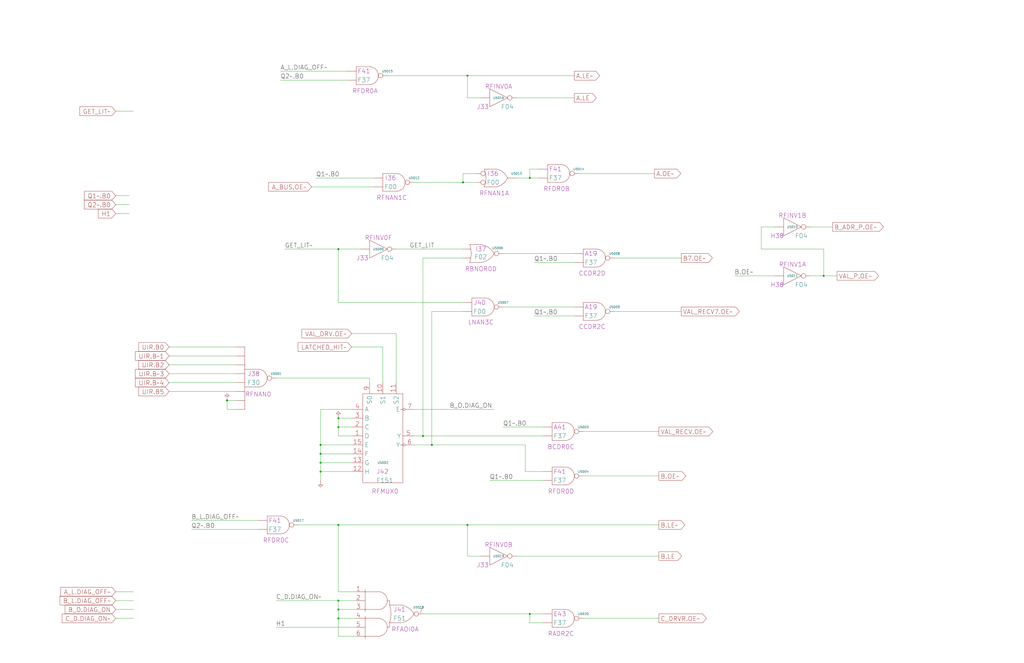
<source format=kicad_sch>
(kicad_sch (version 20230121) (generator eeschema)
  (paper "User" 584.2 378.46)
  (title_block (title "REGISTER FILE CONTROL") (date "22-MAR-90") (rev "1.0") (comment 1 "VALUE") (comment 2 "232-003063") (comment 3 "S400") (comment 4 "RELEASED"))
  (lib_symbols
    (symbol "r1000:F00" (pin_numbers hide) (pin_names hide)
      (property "Reference" "U" (at 15.24 0 0))
      (property "Value" "F00" (at 1.905 -5.08 0))
      (property "Location" "___" (at 1.905 0 0))
      (property "Name" "______" (at 2.54 -12.7 0))
      (symbol "F00_0_1"
        (polyline (pts (xy -2.54 -7.62) (xy 5.08 -7.62)) (stroke (width 0.1524)))
        (polyline (pts (xy -2.54 2.54) (xy -2.54 -7.62)) (stroke (width 0.1524)))
        (polyline (pts (xy -2.54 2.54) (xy 5.08 2.54)) (stroke (width 0.1524)))
        (arc (start 5.08 -7.62) (mid 10.1282 -2.54) (end 5.08 2.54) (stroke (width 0.1524)))
        (circle (center 11.43 -2.54) (radius 1.27) (stroke (width 0.1524)))
      )
      (symbol "F00_0_2"
        (circle (center -3.81 -5.08) (radius 1.27) (stroke (width 0.1524)))
        (circle (center -3.81 0) (radius 1.27) (stroke (width 0.1524)))
        (arc (start -3.175 -7.62) (mid -2.134 -2.54) (end -3.175 2.54) (stroke (width 0.1524)))
        (polyline (pts (xy -3.175 -7.62) (xy 3.81 -7.62)) (stroke (width 0.1524)))
        (polyline (pts (xy -3.175 2.54) (xy 3.81 2.54)) (stroke (width 0.1524)))
        (arc (start 3.81 -7.62) (mid 7.5855 -5.8306) (end 10.16 -2.54) (stroke (width 0.1524)))
        (arc (start 10.16 -2.54) (mid 7.5827 0.7471) (end 3.81 2.54) (stroke (width 0.1524)))
      )
      (symbol "F00_1_1"
        (pin input line (at -7.62 0 0) (length 5.08) (name "D0") (number "1"))
        (pin input line (at -7.62 -5.08 0) (length 5.08) (name "D1") (number "2"))
        (pin output line (at 15.24 -2.54 180) (length 2.54) (name "Q") (number "3"))
      )
      (symbol "F00_1_2"
        (pin input line (at -7.62 0 0) (length 2.54) (name "D0") (number "1"))
        (pin input line (at -7.62 -5.08 0) (length 2.54) (name "D1") (number "2"))
        (pin output line (at 15.24 -2.54 180) (length 5.08) (name "Q") (number "3"))
      )
    )
    (symbol "r1000:F02" (pin_numbers hide) (pin_names hide)
      (property "Reference" "U" (at 12.16 0.635 0))
      (property "Value" "F02" (at -1.27 -4.445 0))
      (property "Location" "___" (at 2.54 0 0))
      (property "Name" "______" (at 2.54 -12.7 0))
      (symbol "F02_0_1"
        (arc (start -3.81 -7.62) (mid -2.9847 -2.54) (end -3.81 2.54) (stroke (width 0.1524)))
        (polyline (pts (xy -5.08 -5.08) (xy -3.175 -5.08)) (stroke (width 0.1524)))
        (polyline (pts (xy -5.08 0) (xy -3.175 0)) (stroke (width 0.1524)))
        (polyline (pts (xy -3.81 -7.62) (xy 2.54 -7.62)) (stroke (width 0.1524)))
        (polyline (pts (xy -3.81 2.54) (xy 2.54 2.54)) (stroke (width 0.1524)))
        (polyline (pts (xy 13.97 -2.54) (xy 12.7 -2.54)) (stroke (width 0.1524)))
        (arc (start 2.54 -7.62) (mid 6.9515 -5.9823) (end 10.16 -2.54) (stroke (width 0.1524)))
        (arc (start 10.16 -2.54) (mid 6.9478 0.8966) (end 2.54 2.54) (stroke (width 0.1524)))
        (circle (center 11.43 -2.54) (radius 1.27) (stroke (width 0.1524)))
      )
      (symbol "F02_0_2"
        (circle (center -3.81 -5.08) (radius 1.27) (stroke (width 0.1524)))
        (circle (center -3.81 0) (radius 1.27) (stroke (width 0.1524)))
        (polyline (pts (xy -2.54 -7.62) (xy 5.08 -7.62)) (stroke (width 0.1524)))
        (polyline (pts (xy -2.54 2.54) (xy -2.54 -7.62)) (stroke (width 0.1524)))
        (polyline (pts (xy -2.54 2.54) (xy 5.08 2.54)) (stroke (width 0.1524)))
        (polyline (pts (xy 11.43 -2.54) (xy 10.16 -2.54)) (stroke (width 0.1524)))
        (polyline (pts (xy 11.43 -2.54) (xy 12.7 -2.54)) (stroke (width 0.1524)))
        (arc (start 5.08 -7.62) (mid 10.1282 -2.54) (end 5.08 2.54) (stroke (width 0.1524)))
      )
      (symbol "F02_1_1"
        (pin input line (at -7.62 0 0) (length 2.54) (name "D0") (number "1"))
        (pin input line (at -7.62 -5.08 0) (length 2.54) (name "D1") (number "2"))
        (pin output line (at 15.24 -2.54 180) (length 1.27) (name "Q") (number "3"))
      )
      (symbol "F02_1_2"
        (pin input line (at -7.62 0 0) (length 2.54) (name "D0") (number "1"))
        (pin input line (at -7.62 -5.08 0) (length 2.54) (name "D1") (number "2"))
        (pin output line (at 15.24 -2.54 180) (length 2.54) (name "Q") (number "3"))
      )
    )
    (symbol "r1000:F04" (pin_numbers hide) (pin_names hide)
      (property "Reference" "U" (at 0 0 0))
      (property "Value" "F04" (at 1.27 -5.08 0))
      (property "Location" "___" (at -12.7 -5.08 0))
      (property "Name" "______" (at 0 5.08 0))
      (symbol "F04_0_1"
        (polyline (pts (xy -7.62 0) (xy -5.08 0)) (stroke (width 0.1524)))
        (polyline (pts (xy -5.08 5.08) (xy -5.08 -5.08)) (stroke (width 0.1524)))
        (polyline (pts (xy 5.08 0) (xy -5.08 -5.08)) (stroke (width 0.1524)))
        (polyline (pts (xy 5.08 0) (xy -5.08 5.08)) (stroke (width 0.1524)))
        (circle (center 6.35 0) (radius 1.27) (stroke (width 0.1524)))
      )
      (symbol "F04_1_1"
        (pin input line (at -10.16 0 0) (length 2.54) (name "D0") (number "1"))
        (pin output line (at 10.16 0 180) (length 2.54) (name "Q") (number "2"))
      )
    )
    (symbol "r1000:F151" (pin_names (offset 1.016))
      (property "Reference" "U" (at 2.54 5.08 0))
      (property "Value" "F151" (at -1.27 -5.08 0))
      (property "Location" "___" (at -1.27 0 0))
      (property "Name" "______" (at 3.81 -12.7 0))
      (symbol "F151_1_1"
        (rectangle (start -8.89 44.45) (end 13.97 -6.35))
        (circle (center 14.605 15.24) (radius 0.635))
        (circle (center 14.605 35.56) (radius 0.635))
        (pin input line (at -15.24 20.32 0) (length 6.35) (name "D") (number "1"))
        (pin input line (at 2.54 50.8 270) (length 6.35) (name "S1") (number "10"))
        (pin input line (at 10.16 50.8 270) (length 6.35) (name "S2") (number "11"))
        (pin input line (at -15.24 0 0) (length 6.35) (name "H") (number "12"))
        (pin input line (at -15.24 5.08 0) (length 6.35) (name "G") (number "13"))
        (pin input line (at -15.24 10.16 0) (length 6.35) (name "F") (number "14"))
        (pin input line (at -15.24 15.24 0) (length 6.35) (name "E") (number "15"))
        (pin input line (at -15.24 25.4 0) (length 6.35) (name "C") (number "2"))
        (pin input line (at -15.24 30.48 0) (length 6.35) (name "B") (number "3"))
        (pin input line (at -15.24 35.56 0) (length 6.35) (name "A") (number "4"))
        (pin output line (at 20.32 20.32 180) (length 6.35) (name "Y") (number "5"))
        (pin output line (at 20.32 15.24 180) (length 5.08) (name "Y~") (number "6"))
        (pin input line (at 20.32 35.56 180) (length 5.08) (name "E~") (number "7"))
        (pin input line (at -5.08 50.8 270) (length 6.35) (name "S0") (number "9"))
      )
    )
    (symbol "r1000:F30" (pin_numbers hide) (pin_names hide)
      (property "Reference" "U" (at 15.24 2.54 0))
      (property "Value" "F30" (at 2.54 -2.54 0))
      (property "Location" "___" (at 2.54 2.54 0))
      (property "Name" "______" (at 5.08 -10.62 0))
      (symbol "F30_0_0"
        (polyline (pts (xy -2.54 -5.08) (xy 5.08 -5.08)) (stroke (width 0.1524)))
        (polyline (pts (xy -2.54 5.08) (xy 5.08 5.08)) (stroke (width 0.1524)))
        (arc (start 5.08 -5.08) (mid 8.6721 -3.5921) (end 10.16 0) (stroke (width 0.1524)))
        (arc (start 10.16 0) (mid 8.6721 3.5921) (end 5.08 5.08) (stroke (width 0.1524)))
        (circle (center 11.43 0) (radius 1.27) (stroke (width 0.1524)))
      )
      (symbol "F30_0_1"
        (polyline (pts (xy -2.54 -7.62) (xy -2.54 -17.78)) (stroke (width 0.1524)))
        (polyline (pts (xy -2.54 -5.08) (xy -2.54 -7.62)) (stroke (width 0.1524)))
        (polyline (pts (xy -2.54 5.08) (xy -2.54 -5.08)) (stroke (width 0.1524)))
        (polyline (pts (xy -2.54 7.62) (xy -2.54 5.08)) (stroke (width 0.1524)))
        (polyline (pts (xy -2.54 17.145) (xy -2.54 7.62)) (stroke (width 0.1524)))
        (polyline (pts (xy -2.54 17.78) (xy -2.54 17.145)) (stroke (width 0.1524)))
      )
      (symbol "F30_1_1"
        (pin input line (at -7.62 7.62 0) (length 5.08) (name "D2") (number "1"))
        (pin input line (at -7.62 17.78 0) (length 5.08) (name "D0") (number "11"))
        (pin input line (at -7.62 12.7 0) (length 5.08) (name "D1") (number "12"))
        (pin input line (at -7.62 2.54 0) (length 5.08) (name "D3") (number "2"))
        (pin input line (at -7.62 -2.54 0) (length 5.08) (name "D4") (number "3"))
        (pin input line (at -7.62 -7.62 0) (length 5.08) (name "D5") (number "4"))
        (pin input line (at -7.62 -12.7 0) (length 5.08) (name "D6") (number "5"))
        (pin input line (at -7.62 -17.78 0) (length 5.08) (name "D7") (number "6"))
        (pin output line (at 15.24 0 180) (length 2.54) (name "Q") (number "8"))
      )
    )
    (symbol "r1000:F37" (pin_numbers hide) (pin_names (offset 0) hide)
      (property "Reference" "U" (at 15.24 0 0))
      (property "Value" "F37" (at 1.905 -5.08 0))
      (property "Location" "___" (at 1.905 0 0))
      (property "Name" "______" (at 2.54 -12.7 0))
      (symbol "F37_0_1"
        (polyline (pts (xy -2.54 -7.62) (xy 5.08 -7.62)) (stroke (width 0.1524)))
        (polyline (pts (xy -2.54 2.54) (xy -2.54 -7.62)) (stroke (width 0.1524)))
        (polyline (pts (xy -2.54 2.54) (xy 5.08 2.54)) (stroke (width 0.1524)))
        (arc (start 5.08 -7.62) (mid 10.1282 -2.54) (end 5.08 2.54) (stroke (width 0.1524)))
        (circle (center 11.43 -2.54) (radius 1.27) (stroke (width 0.1524)))
      )
      (symbol "F37_0_2"
        (circle (center -3.81 -5.08) (radius 1.27) (stroke (width 0.1524)))
        (circle (center -3.81 0) (radius 1.27) (stroke (width 0.1524)))
        (arc (start -3.175 -7.62) (mid -2.134 -2.54) (end -3.175 2.54) (stroke (width 0.1524)))
        (polyline (pts (xy -3.175 -7.62) (xy 3.81 -7.62)) (stroke (width 0.1524)))
        (polyline (pts (xy -3.175 2.54) (xy 3.81 2.54)) (stroke (width 0.1524)))
        (arc (start 3.81 -7.62) (mid 7.5855 -5.8306) (end 10.16 -2.54) (stroke (width 0.1524)))
        (arc (start 10.16 -2.54) (mid 7.5827 0.7471) (end 3.81 2.54) (stroke (width 0.1524)))
      )
      (symbol "F37_1_1"
        (pin input line (at -7.62 0 0) (length 5.08) (name "D0") (number "1"))
        (pin input line (at -7.62 -5.08 0) (length 5.08) (name "D1") (number "2"))
        (pin output line (at 15.24 -2.54 180) (length 2.54) (name "Q") (number "3"))
      )
      (symbol "F37_1_2"
        (pin input line (at -7.62 0 0) (length 2.54) (name "D0") (number "1"))
        (pin input line (at -7.62 -5.08 0) (length 2.54) (name "D1") (number "2"))
        (pin output line (at 15.24 -2.54 180) (length 5.08) (name "Q") (number "3"))
      )
    )
    (symbol "r1000:F51" (pin_names hide)
      (property "Reference" "U" (at 12.7 1.27 0))
      (property "Value" "F51" (at 1.905 -5.08 0))
      (property "Location" "___" (at 1.905 0 0))
      (property "Name" "______" (at 5.08 -12.7 0))
      (symbol "F51_0_0"
        (arc (start -10.16 -15.24) (mid -6.5679 -13.7521) (end -5.08 -10.16) (stroke (width 0.1524)))
        (arc (start -10.16 0) (mid -6.5679 1.4879) (end -5.08 5.08) (stroke (width 0.1524)))
        (arc (start -5.08 -10.16) (mid -6.5679 -6.5679) (end -10.16 -5.08) (stroke (width 0.1524)))
        (arc (start -5.08 5.08) (mid -6.5679 8.6721) (end -10.16 10.16) (stroke (width 0.1524)))
        (arc (start -3.8173 -7.62) (mid -2.9926 -2.54) (end -3.8173 2.54) (stroke (width 0.1524)))
        (polyline (pts (xy -20.32 -15.24) (xy -17.78 -15.24)) (stroke (width 0.1524)))
        (polyline (pts (xy -20.32 -10.16) (xy -17.78 -10.16)) (stroke (width 0.1524)))
        (polyline (pts (xy -20.32 -5.08) (xy -17.78 -5.08)) (stroke (width 0.1524)))
        (polyline (pts (xy -20.32 0) (xy -17.78 0)) (stroke (width 0.1524)))
        (polyline (pts (xy -20.32 5.08) (xy -17.78 5.08)) (stroke (width 0.1524)))
        (polyline (pts (xy -20.32 10.16) (xy -17.78 10.16)) (stroke (width 0.1524)))
        (polyline (pts (xy -17.78 -3.81) (xy -17.78 -16.51)) (stroke (width 0.1524)))
        (polyline (pts (xy -17.78 11.43) (xy -17.78 -1.27)) (stroke (width 0.1524)))
        (polyline (pts (xy -10.16 -15.24) (xy -17.78 -15.24)) (stroke (width 0.1524)))
        (polyline (pts (xy -10.16 -5.08) (xy -17.78 -5.08)) (stroke (width 0.1524)))
        (polyline (pts (xy -10.16 0) (xy -17.78 0)) (stroke (width 0.1524)))
        (polyline (pts (xy -10.16 10.16) (xy -17.78 10.16)) (stroke (width 0.1524)))
        (polyline (pts (xy -3.81 -7.62) (xy 2.54 -7.62)) (stroke (width 0.1524)))
        (polyline (pts (xy -3.81 2.54) (xy 2.54 2.54)) (stroke (width 0.1524)))
        (polyline (pts (xy -5.08 -10.16) (xy -3.81 -10.16) (xy -3.81 -7.62)) (stroke (width 0.1524)))
        (polyline (pts (xy -5.08 5.08) (xy -3.81 5.08) (xy -3.81 2.54)) (stroke (width 0.1524)))
        (arc (start 2.54 -7.62) (mid 6.9504 -5.9805) (end 10.16 -2.54) (stroke (width 0.1524)))
        (arc (start 10.16 -2.54) (mid 6.9516 0.9024) (end 2.54 2.54) (stroke (width 0.1524)))
        (circle (center 11.43 -2.54) (radius 1.27) (stroke (width 0.1524)))
      )
      (symbol "F51_1_1"
        (pin input line (at -22.86 10.16 0) (length 2.54) (name "A1") (number "1"))
        (pin input line (at -22.86 5.08 0) (length 2.54) (name "A2") (number "2"))
        (pin input line (at -22.86 0 0) (length 2.54) (name "A3") (number "3"))
        (pin input line (at -22.86 -5.08 0) (length 2.54) (name "B1") (number "4"))
        (pin input line (at -22.86 -10.16 0) (length 2.54) (name "B2") (number "5"))
        (pin input line (at -22.86 -15.24 0) (length 2.54) (name "B3") (number "6"))
        (pin output line (at 15.24 -2.54 180) (length 2.54) (name "Q") (number "7"))
      )
    )
    (symbol "r1000:PD" (power) (pin_numbers hide) (pin_names hide) (in_bom no)
      (symbol "PD_0_1"
        (polyline (pts (xy 0 -2.54) (xy 1.27 -2.54) (xy 0 -3.81) (xy -1.27 -2.54) (xy 0 -2.54)) (stroke (width 0.1524)))
      )
      (symbol "PD_1_1"
        (pin power_in line (at 0 0 270) (length 2.54) (name "PD") (number "1"))
      )
    )
    (symbol "r1000:PU" (power) (pin_numbers hide) (pin_names hide)
      (symbol "PU_0_1"
        (polyline (pts (xy 0 2.54) (xy -1.27 2.54) (xy 0 3.81) (xy 1.27 2.54) (xy 0 2.54)) (stroke (width 0.1524)))
      )
      (symbol "PU_1_1"
        (pin power_in line (at 0 0 90) (length 2.54) (name "PU") (number "1"))
      )
    )
  )
  (junction (at 266.7 43.18))
  (junction (at 302.26 350.52))
  (junction (at 193.04 342.9))
  (junction (at 266.7 299.72))
  (junction (at 469.9 157.48))
  (junction (at 302.26 101.6))
  (junction (at 241.3 248.92))
  (junction (at 193.04 142.24))
  (junction (at 193.04 299.72))
  (junction (at 193.04 347.98))
  (junction (at 129.54 228.6))
  (junction (at 182.88 259.08))
  (junction (at 182.88 264.16))
  (junction (at 264.16 104.14))
  (junction (at 182.88 269.24))
  (junction (at 193.04 238.76))
  (junction (at 182.88 254))
  (junction (at 193.04 353.06))
  (junction (at 193.04 243.84))
  (junction (at 246.38 254))
  (wire (pts (xy 226.06 190.5) (xy 226.06 218.44)))
  (wire (pts (xy 182.88 254) (xy 200.66 254)))
  (wire (pts (xy 182.88 233.68) (xy 182.88 254)))
  (wire (pts (xy 193.04 238.76) (xy 200.66 238.76)))
  (wire (pts (xy 266.7 299.72) (xy 193.04 299.72)))
  (wire (pts (xy 241.3 248.92) (xy 309.88 248.92)))
  (wire (pts (xy 302.26 101.6) (xy 307.34 101.6)))
  (wire (pts (xy 66.04 353.06) (xy 76.2 353.06)))
  (wire (pts (xy 66.04 342.9) (xy 76.2 342.9)))
  (wire (pts (xy 203.2 337.82) (xy 193.04 337.82)))
  (wire (pts (xy 180.34 101.6) (xy 213.36 101.6)))
  (wire (pts (xy 434.34 129.54) (xy 434.34 142.24)))
  (wire (pts (xy 271.78 99.06) (xy 264.16 99.06)))
  (wire (pts (xy 177.8 106.68) (xy 213.36 106.68)))
  (wire (pts (xy 266.7 43.18) (xy 327.66 43.18)))
  (wire (pts (xy 96.52 218.44) (xy 134.62 218.44)))
  (wire (pts (xy 129.54 233.68) (xy 129.54 228.6)))
  (wire (pts (xy 182.88 259.08) (xy 182.88 264.16)))
  (wire (pts (xy 434.34 142.24) (xy 469.9 142.24)))
  (wire (pts (xy 162.56 142.24) (xy 193.04 142.24)))
  (wire (pts (xy 332.74 353.06) (xy 375.92 353.06)))
  (wire (pts (xy 266.7 317.5) (xy 266.7 299.72)))
  (wire (pts (xy 66.04 121.92) (xy 73.66 121.92)))
  (wire (pts (xy 462.28 129.54) (xy 474.98 129.54)))
  (wire (pts (xy 200.66 198.12) (xy 218.44 198.12)))
  (wire (pts (xy 264.16 104.14) (xy 271.78 104.14)))
  (wire (pts (xy 193.04 142.24) (xy 205.74 142.24)))
  (wire (pts (xy 287.02 243.84) (xy 309.88 243.84)))
  (wire (pts (xy 246.38 177.8) (xy 264.16 177.8)))
  (wire (pts (xy 226.06 142.24) (xy 264.16 142.24)))
  (wire (pts (xy 469.9 142.24) (xy 469.9 157.48)))
  (wire (pts (xy 218.44 198.12) (xy 218.44 218.44)))
  (wire (pts (xy 182.88 254) (xy 182.88 259.08)))
  (wire (pts (xy 350.52 177.8) (xy 388.62 177.8)))
  (wire (pts (xy 200.66 248.92) (xy 193.04 248.92)))
  (wire (pts (xy 193.04 243.84) (xy 193.04 238.76)))
  (wire (pts (xy 96.52 213.36) (xy 134.62 213.36)))
  (wire (pts (xy 109.22 297.18) (xy 147.32 297.18)))
  (wire (pts (xy 266.7 55.88) (xy 274.32 55.88)))
  (wire (pts (xy 236.22 233.68) (xy 281.94 233.68)))
  (wire (pts (xy 302.26 96.52) (xy 302.26 101.6)))
  (wire (pts (xy 134.62 233.68) (xy 129.54 233.68)))
  (wire (pts (xy 193.04 142.24) (xy 193.04 172.72)))
  (wire (pts (xy 109.22 302.26) (xy 147.32 302.26)))
  (wire (pts (xy 287.02 144.78) (xy 327.66 144.78)))
  (wire (pts (xy 266.7 299.72) (xy 375.92 299.72)))
  (wire (pts (xy 210.82 215.9) (xy 210.82 218.44)))
  (wire (pts (xy 182.88 259.08) (xy 200.66 259.08)))
  (wire (pts (xy 160.02 45.72) (xy 198.12 45.72)))
  (wire (pts (xy 160.02 40.64) (xy 198.12 40.64)))
  (wire (pts (xy 274.32 317.5) (xy 266.7 317.5)))
  (wire (pts (xy 193.04 243.84) (xy 200.66 243.84)))
  (wire (pts (xy 294.64 101.6) (xy 302.26 101.6)))
  (wire (pts (xy 350.52 147.32) (xy 388.62 147.32)))
  (wire (pts (xy 241.3 147.32) (xy 241.3 248.92)))
  (wire (pts (xy 96.52 208.28) (xy 134.62 208.28)))
  (wire (pts (xy 66.04 347.98) (xy 76.2 347.98)))
  (wire (pts (xy 462.28 157.48) (xy 469.9 157.48)))
  (wire (pts (xy 220.98 43.18) (xy 266.7 43.18)))
  (wire (pts (xy 193.04 342.9) (xy 203.2 342.9)))
  (wire (pts (xy 157.48 358.14) (xy 203.2 358.14)))
  (wire (pts (xy 193.04 363.22) (xy 193.04 353.06)))
  (wire (pts (xy 96.52 198.12) (xy 134.62 198.12)))
  (wire (pts (xy 246.38 254) (xy 299.72 254)))
  (wire (pts (xy 241.3 350.52) (xy 302.26 350.52)))
  (wire (pts (xy 264.16 147.32) (xy 241.3 147.32)))
  (wire (pts (xy 246.38 254) (xy 246.38 177.8)))
  (wire (pts (xy 96.52 203.2) (xy 134.62 203.2)))
  (wire (pts (xy 193.04 248.92) (xy 193.04 243.84)))
  (wire (pts (xy 193.04 347.98) (xy 203.2 347.98)))
  (wire (pts (xy 304.8 180.34) (xy 327.66 180.34)))
  (wire (pts (xy 469.9 157.48) (xy 477.52 157.48)))
  (wire (pts (xy 294.64 55.88) (xy 327.66 55.88)))
  (wire (pts (xy 279.4 274.32) (xy 309.88 274.32)))
  (wire (pts (xy 66.04 116.84) (xy 73.66 116.84)))
  (wire (pts (xy 200.66 233.68) (xy 182.88 233.68)))
  (wire (pts (xy 182.88 264.16) (xy 200.66 264.16)))
  (wire (pts (xy 157.48 215.9) (xy 210.82 215.9)))
  (wire (pts (xy 193.04 172.72) (xy 264.16 172.72)))
  (wire (pts (xy 66.04 111.76) (xy 73.66 111.76)))
  (wire (pts (xy 182.88 264.16) (xy 182.88 269.24)))
  (wire (pts (xy 193.04 347.98) (xy 193.04 342.9)))
  (wire (pts (xy 182.88 269.24) (xy 200.66 269.24)))
  (wire (pts (xy 203.2 363.22) (xy 193.04 363.22)))
  (wire (pts (xy 129.54 228.6) (xy 134.62 228.6)))
  (wire (pts (xy 332.74 271.78) (xy 375.92 271.78)))
  (wire (pts (xy 299.72 254) (xy 299.72 269.24)))
  (wire (pts (xy 304.8 149.86) (xy 327.66 149.86)))
  (wire (pts (xy 287.02 175.26) (xy 327.66 175.26)))
  (wire (pts (xy 236.22 104.14) (xy 264.16 104.14)))
  (wire (pts (xy 302.26 355.6) (xy 302.26 350.52)))
  (wire (pts (xy 157.48 342.9) (xy 193.04 342.9)))
  (wire (pts (xy 264.16 99.06) (xy 264.16 104.14)))
  (wire (pts (xy 419.1 157.48) (xy 441.96 157.48)))
  (wire (pts (xy 193.04 353.06) (xy 203.2 353.06)))
  (wire (pts (xy 236.22 254) (xy 246.38 254)))
  (wire (pts (xy 266.7 43.18) (xy 266.7 55.88)))
  (wire (pts (xy 441.96 129.54) (xy 434.34 129.54)))
  (wire (pts (xy 66.04 337.82) (xy 76.2 337.82)))
  (wire (pts (xy 332.74 246.38) (xy 375.92 246.38)))
  (wire (pts (xy 66.04 63.5) (xy 76.2 63.5)))
  (wire (pts (xy 307.34 96.52) (xy 302.26 96.52)))
  (wire (pts (xy 193.04 353.06) (xy 193.04 347.98)))
  (wire (pts (xy 96.52 223.52) (xy 134.62 223.52)))
  (wire (pts (xy 200.66 190.5) (xy 226.06 190.5)))
  (wire (pts (xy 309.88 355.6) (xy 302.26 355.6)))
  (wire (pts (xy 193.04 299.72) (xy 170.18 299.72)))
  (wire (pts (xy 294.64 317.5) (xy 375.92 317.5)))
  (wire (pts (xy 193.04 299.72) (xy 193.04 337.82)))
  (wire (pts (xy 299.72 269.24) (xy 309.88 269.24)))
  (wire (pts (xy 182.88 269.24) (xy 182.88 274.32)))
  (wire (pts (xy 236.22 248.92) (xy 241.3 248.92)))
  (wire (pts (xy 302.26 350.52) (xy 309.88 350.52)))
  (wire (pts (xy 330.2 99.06) (xy 373.38 99.06)))
  (label "Q1~.B0" (at 304.8 149.86 0) (effects (font (size 2.54 2.54))))
  (label "B_L.DIAG_OFF~" (at 109.22 297.18 0) (effects (font (size 2.54 2.54))))
  (label "Q2~.B0" (at 160.02 45.72 0) (effects (font (size 2.54 2.54))))
  (label "Q1~.B0" (at 180.34 101.6 0) (effects (font (size 2.54 2.54))))
  (label "GET_LIT~" (at 162.56 142.24 0) (effects (font (size 2.54 2.54))))
  (label "Q2~.B0" (at 109.22 302.26 0) (effects (font (size 2.54 2.54))))
  (label "Q1~.B0" (at 287.02 243.84 0) (effects (font (size 2.54 2.54))))
  (label "H1" (at 157.48 358.14 0) (effects (font (size 2.54 2.54))))
  (label "B.OE~" (at 419.1 157.48 0) (effects (font (size 2.54 2.54))))
  (label "Q1~.B0" (at 279.4 274.32 0) (effects (font (size 2.54 2.54))))
  (label "Q1~.B0" (at 304.8 180.34 0) (effects (font (size 2.54 2.54))))
  (label "A_L.DIAG_OFF~" (at 160.02 40.64 0) (effects (font (size 2.54 2.54))))
  (label "C_D.DIAG_ON~" (at 157.48 342.9 0) (effects (font (size 2.54 2.54))))
  (label "B_O.DIAG_ON" (at 256.54 233.68 0) (effects (font (size 2.54 2.54))))
  (label "GET_LIT" (at 233.68 142.24 0) (effects (font (size 2.54 2.54))))
  (global_label "H1" (shape input) (at 66.04 121.92 180) (effects (font (size 2.54 2.54))) (property "Intersheetrefs" "${INTERSHEET_REFS}" (at 56.134 121.7613 0) (effects (font (size 1.905 1.905)) (justify right))))
  (global_label "A.LE~" (shape output) (at 327.66 43.18 0) (effects (font (size 2.54 2.54))) (property "Intersheetrefs" "${INTERSHEET_REFS}" (at 342.0412 43.0213 0) (effects (font (size 1.905 1.905)) (justify left))))
  (global_label "B_L.DIAG_OFF~" (shape input) (at 66.04 342.9 180) (effects (font (size 2.54 2.54))) (property "Intersheetrefs" "${INTERSHEET_REFS}" (at 34.2416 342.7413 0) (effects (font (size 1.905 1.905)) (justify right))))
  (global_label "B_ADR_P.OE~" (shape output) (at 474.98 129.54 0) (effects (font (size 2.54 2.54))) (property "Intersheetrefs" "${INTERSHEET_REFS}" (at 503.9965 129.3813 0) (effects (font (size 1.905 1.905)) (justify left))))
  (global_label "UIR.B2" (shape input) (at 96.52 208.28 180) (effects (font (size 2.54 2.54))) (property "Intersheetrefs" "${INTERSHEET_REFS}" (at 79.115 208.1213 0) (effects (font (size 1.905 1.905)) (justify right))))
  (global_label "VAL_DRV.OE~" (shape input) (at 200.66 190.5 180) (effects (font (size 2.54 2.54))) (property "Intersheetrefs" "${INTERSHEET_REFS}" (at 172.2483 190.3413 0) (effects (font (size 1.905 1.905)) (justify right))))
  (global_label "VAL_RECV.OE~" (shape output) (at 375.92 246.38 0) (effects (font (size 2.54 2.54))) (property "Intersheetrefs" "${INTERSHEET_REFS}" (at 406.6298 246.2213 0) (effects (font (size 1.905 1.905)) (justify left))))
  (global_label "A_BUS.OE~" (shape input) (at 177.8 106.68 180) (effects (font (size 2.54 2.54))) (property "Intersheetrefs" "${INTERSHEET_REFS}" (at 153.2588 106.5213 0) (effects (font (size 1.905 1.905)) (justify right))))
  (global_label "UIR.B0" (shape input) (at 96.52 198.12 180) (effects (font (size 2.54 2.54))) (property "Intersheetrefs" "${INTERSHEET_REFS}" (at 79.115 197.9613 0) (effects (font (size 1.905 1.905)) (justify right))))
  (global_label "Q1~.B0" (shape input) (at 66.04 111.76 180) (effects (font (size 2.54 2.54))) (property "Intersheetrefs" "${INTERSHEET_REFS}" (at 48.1511 111.6013 0) (effects (font (size 1.905 1.905)) (justify right))))
  (global_label "VAL_RECV7.OE~" (shape output) (at 388.62 177.8 0) (effects (font (size 2.54 2.54))) (property "Intersheetrefs" "${INTERSHEET_REFS}" (at 421.7489 177.6413 0) (effects (font (size 1.905 1.905)) (justify left))))
  (global_label "B7.OE~" (shape output) (at 388.62 147.32 0) (effects (font (size 2.54 2.54))) (property "Intersheetrefs" "${INTERSHEET_REFS}" (at 406.3879 147.1613 0) (effects (font (size 1.905 1.905)) (justify left))))
  (global_label "GET_LIT~" (shape input) (at 66.04 63.5 180) (effects (font (size 2.54 2.54))) (property "Intersheetrefs" "${INTERSHEET_REFS}" (at 45.4902 63.3413 0) (effects (font (size 1.905 1.905)) (justify right))))
  (global_label "A.OE~" (shape output) (at 373.38 99.06 0) (effects (font (size 2.54 2.54))) (property "Intersheetrefs" "${INTERSHEET_REFS}" (at 388.366 98.9013 0) (effects (font (size 1.905 1.905)) (justify left))))
  (global_label "C_DRVR.OE~" (shape output) (at 375.92 353.06 0) (effects (font (size 2.54 2.54))) (property "Intersheetrefs" "${INTERSHEET_REFS}" (at 403.0012 352.9013 0) (effects (font (size 1.905 1.905)) (justify left))))
  (global_label "B.OE~" (shape output) (at 375.92 271.78 0) (effects (font (size 2.54 2.54))) (property "Intersheetrefs" "${INTERSHEET_REFS}" (at 391.2689 271.6213 0) (effects (font (size 1.905 1.905)) (justify left))))
  (global_label "A_L.DIAG_OFF~" (shape input) (at 66.04 337.82 180) (effects (font (size 2.54 2.54))) (property "Intersheetrefs" "${INTERSHEET_REFS}" (at 34.6045 337.6613 0) (effects (font (size 1.905 1.905)) (justify right))))
  (global_label "B_O.DIAG_ON" (shape input) (at 66.04 347.98 180) (effects (font (size 2.54 2.54))) (property "Intersheetrefs" "${INTERSHEET_REFS}" (at 37.1445 347.8213 0) (effects (font (size 1.905 1.905)) (justify right))))
  (global_label "B.LE" (shape output) (at 375.92 317.5 0) (effects (font (size 2.54 2.54))) (property "Intersheetrefs" "${INTERSHEET_REFS}" (at 388.8498 317.3413 0) (effects (font (size 1.905 1.905)) (justify left))))
  (global_label "C_D.DIAG_ON~" (shape input) (at 66.04 353.06 180) (effects (font (size 2.54 2.54))) (property "Intersheetrefs" "${INTERSHEET_REFS}" (at 35.4511 352.9013 0) (effects (font (size 1.905 1.905)) (justify right))))
  (global_label "UIR.B~1" (shape input) (at 96.52 203.2 180) (effects (font (size 2.54 2.54))) (property "Intersheetrefs" "${INTERSHEET_REFS}" (at 77.3007 203.0413 0) (effects (font (size 1.905 1.905)) (justify right))))
  (global_label "VAL_P.OE~" (shape output) (at 477.52 157.48 0) (effects (font (size 2.54 2.54))) (property "Intersheetrefs" "${INTERSHEET_REFS}" (at 501.2146 157.3213 0) (effects (font (size 1.905 1.905)) (justify left))))
  (global_label "A.LE" (shape output) (at 327.66 55.88 0) (effects (font (size 2.54 2.54))) (property "Intersheetrefs" "${INTERSHEET_REFS}" (at 340.227 55.7213 0) (effects (font (size 1.905 1.905)) (justify left))))
  (global_label "LATCHED_HIT~" (shape input) (at 200.66 198.12 180) (effects (font (size 2.54 2.54))) (property "Intersheetrefs" "${INTERSHEET_REFS}" (at 170.0711 197.9613 0) (effects (font (size 1.905 1.905)) (justify right))))
  (global_label "Q2~.B0" (shape input) (at 66.04 116.84 180) (effects (font (size 2.54 2.54))) (property "Intersheetrefs" "${INTERSHEET_REFS}" (at 48.1511 116.6813 0) (effects (font (size 1.905 1.905)) (justify right))))
  (global_label "UIR.B~4" (shape input) (at 96.52 218.44 180) (effects (font (size 2.54 2.54))) (property "Intersheetrefs" "${INTERSHEET_REFS}" (at 77.3007 218.2813 0) (effects (font (size 1.905 1.905)) (justify right))))
  (global_label "UIR.B~3" (shape input) (at 96.52 213.36 180) (effects (font (size 2.54 2.54))) (property "Intersheetrefs" "${INTERSHEET_REFS}" (at 77.3007 213.2013 0) (effects (font (size 1.905 1.905)) (justify right))))
  (global_label "UIR.B5" (shape input) (at 96.52 223.52 180) (effects (font (size 2.54 2.54))) (property "Intersheetrefs" "${INTERSHEET_REFS}" (at 79.115 223.3613 0) (effects (font (size 1.905 1.905)) (justify right))))
  (global_label "B.LE~" (shape output) (at 375.92 299.72 0) (effects (font (size 2.54 2.54))) (property "Intersheetrefs" "${INTERSHEET_REFS}" (at 390.6641 299.5613 0) (effects (font (size 1.905 1.905)) (justify left))))
  (symbol (lib_id "r1000:F37") (at 317.5 350.52 0) (unit 1)
    (property "Reference" "U5020" (at 332.74 350.52 0))
    (property "Value" "F37" (at 319.405 355.6 0) (effects (font (size 2.54 2.54))))
    (property "Location" "E43" (at 319.405 350.52 0) (effects (font (size 2.54 2.54))))
    (property "Name" "RADR2C" (at 320.04 363.22 0) (effects (font (size 2.54 2.54)) (justify bottom)))
  )
  (symbol (lib_id "r1000:F37") (at 317.5 269.24 0) (unit 1)
    (property "Reference" "U5004" (at 332.74 269.24 0))
    (property "Value" "F37" (at 319.405 274.32 0) (effects (font (size 2.54 2.54))))
    (property "Location" "F41" (at 319.405 269.24 0) (effects (font (size 2.54 2.54))))
    (property "Name" "RFDR0D" (at 320.04 281.94 0) (effects (font (size 2.54 2.54)) (justify bottom)))
  )
  (symbol (lib_id "r1000:F00") (at 271.78 172.72 0) (unit 1)
    (property "Reference" "U5007" (at 287.02 172.72 0))
    (property "Value" "F00" (at 273.685 177.8 0) (effects (font (size 2.54 2.54))))
    (property "Location" "J40" (at 273.685 172.72 0) (effects (font (size 2.54 2.54))))
    (property "Name" "LNAN3C" (at 274.32 185.42 0) (effects (font (size 2.54 2.54)) (justify bottom)))
  )
  (symbol (lib_id "r1000:F04") (at 452.12 129.54 0) (unit 1)
    (property "Reference" "U5010" (at 452.12 129.54 0))
    (property "Value" "F04" (at 453.39 134.62 0) (effects (font (size 2.54 2.54)) (justify left)))
    (property "Location" "H38" (at 439.42 134.62 0) (effects (font (size 2.54 2.54)) (justify left)))
    (property "Name" "RFINV1B" (at 452.12 124.46 0) (effects (font (size 2.54 2.54)) (justify bottom)))
  )
  (symbol (lib_id "r1000:F00") (at 220.98 101.6 0) (unit 1)
    (property "Reference" "U5012" (at 236.22 101.6 0))
    (property "Value" "F00" (at 222.885 106.68 0) (effects (font (size 2.54 2.54))))
    (property "Location" "I36" (at 222.885 101.6 0) (effects (font (size 2.54 2.54))))
    (property "Name" "RFNAN1C" (at 223.52 114.3 0) (effects (font (size 2.54 2.54)) (justify bottom)))
  )
  (symbol (lib_id "r1000:F04") (at 452.12 157.48 0) (unit 1)
    (property "Reference" "U5011" (at 452.12 157.48 0))
    (property "Value" "F04" (at 453.39 162.56 0) (effects (font (size 2.54 2.54)) (justify left)))
    (property "Location" "H38" (at 439.42 162.56 0) (effects (font (size 2.54 2.54)) (justify left)))
    (property "Name" "RFINV1A" (at 452.12 152.4 0) (effects (font (size 2.54 2.54)) (justify bottom)))
  )
  (symbol (lib_id "r1000:PU") (at 129.54 228.6 0) (unit 1)
    (property "Reference" "#PWR05001" (effects hide))
    (property "Value" "PU" (effects hide))
  )
  (symbol (lib_id "r1000:F37") (at 205.74 40.64 0) (unit 1)
    (property "Reference" "U5015" (at 220.98 40.64 0))
    (property "Value" "F37" (at 207.645 45.72 0) (effects (font (size 2.54 2.54))))
    (property "Location" "F41" (at 207.645 40.64 0) (effects (font (size 2.54 2.54))))
    (property "Name" "RFDR0A" (at 208.28 53.34 0) (effects (font (size 2.54 2.54)) (justify bottom)))
  )
  (symbol (lib_id "r1000:F37") (at 335.28 144.78 0) (unit 1)
    (property "Reference" "U5008" (at 350.52 144.78 0))
    (property "Value" "F37" (at 337.185 149.86 0) (effects (font (size 2.54 2.54))))
    (property "Location" "A19" (at 337.185 144.78 0) (effects (font (size 2.54 2.54))))
    (property "Name" "CCDR2D" (at 337.82 157.48 0) (effects (font (size 2.54 2.54)) (justify bottom)))
  )
  (symbol (lib_id "r1000:F00") (at 279.4 99.06 0) (unit 1) (convert 2)
    (property "Reference" "U5013" (at 294.64 99.06 0))
    (property "Value" "F00" (at 281.305 104.14 0) (effects (font (size 2.54 2.54))))
    (property "Location" "I36" (at 281.305 99.06 0) (effects (font (size 2.54 2.54))))
    (property "Name" "RFNAN1A" (at 281.94 111.76 0) (effects (font (size 2.54 2.54)) (justify bottom)))
  )
  (symbol (lib_id "r1000:F37") (at 154.94 297.18 0) (unit 1)
    (property "Reference" "U5017" (at 170.18 297.18 0))
    (property "Value" "F37" (at 156.845 302.26 0) (effects (font (size 2.54 2.54))))
    (property "Location" "F41" (at 156.845 297.18 0) (effects (font (size 2.54 2.54))))
    (property "Name" "RFDR0C" (at 157.48 309.88 0) (effects (font (size 2.54 2.54)) (justify bottom)))
  )
  (symbol (lib_id "r1000:F04") (at 284.48 317.5 0) (unit 1)
    (property "Reference" "U5019" (at 284.48 317.5 0))
    (property "Value" "F04" (at 285.75 322.58 0) (effects (font (size 2.54 2.54)) (justify left)))
    (property "Location" "J33" (at 271.78 322.58 0) (effects (font (size 2.54 2.54)) (justify left)))
    (property "Name" "RFINV0B" (at 284.48 312.42 0) (effects (font (size 2.54 2.54)) (justify bottom)))
  )
  (symbol (lib_id "r1000:F02") (at 271.78 142.24 0) (unit 1)
    (property "Reference" "U5006" (at 283.94 141.605 0))
    (property "Value" "F02" (at 270.51 146.685 0) (effects (font (size 2.54 2.54)) (justify left)))
    (property "Location" "I37" (at 274.32 142.24 0) (effects (font (size 2.54 2.54))))
    (property "Name" "RBNOR0D" (at 274.32 154.94 0) (effects (font (size 2.54 2.54)) (justify bottom)))
  )
  (symbol (lib_id "r1000:F37") (at 335.28 175.26 0) (unit 1)
    (property "Reference" "U5009" (at 350.52 175.26 0))
    (property "Value" "F37" (at 337.185 180.34 0) (effects (font (size 2.54 2.54))))
    (property "Location" "A19" (at 337.185 175.26 0) (effects (font (size 2.54 2.54))))
    (property "Name" "CCDR2C" (at 337.82 187.96 0) (effects (font (size 2.54 2.54)) (justify bottom)))
  )
  (symbol (lib_id "r1000:F04") (at 284.48 55.88 0) (unit 1)
    (property "Reference" "U5016" (at 284.48 55.88 0))
    (property "Value" "F04" (at 285.75 60.96 0) (effects (font (size 2.54 2.54)) (justify left)))
    (property "Location" "J33" (at 271.78 60.96 0) (effects (font (size 2.54 2.54)) (justify left)))
    (property "Name" "RFINV0A" (at 284.48 50.8 0) (effects (font (size 2.54 2.54)) (justify bottom)))
  )
  (symbol (lib_id "r1000:PD") (at 182.88 274.32 0) (unit 1) (in_bom no)
    (property "Reference" "#PWR05002" (effects hide))
    (property "Value" "PD" (effects hide))
  )
  (symbol (lib_id "r1000:F151") (at 215.9 269.24 0) (unit 1)
    (property "Reference" "U5002" (at 218.44 264.16 0))
    (property "Value" "F151" (at 214.63 274.32 0) (effects (font (size 2.54 2.54)) (justify left)))
    (property "Location" "J42" (at 214.63 269.24 0) (effects (font (size 2.54 2.54)) (justify left)))
    (property "Name" "RFMUX0" (at 219.71 281.94 0) (effects (font (size 2.54 2.54)) (justify bottom)))
  )
  (symbol (lib_id "r1000:F30") (at 142.24 215.9 0) (unit 1)
    (property "Reference" "U5001" (at 157.48 213.36 0))
    (property "Value" "F30" (at 144.78 218.44 0) (effects (font (size 2.54 2.54))))
    (property "Location" "J38" (at 144.78 213.36 0) (effects (font (size 2.54 2.54))))
    (property "Name" "RFNAN0" (at 147.32 226.52 0) (effects (font (size 2.54 2.54)) (justify bottom)))
  )
  (symbol (lib_id "r1000:F37") (at 317.5 243.84 0) (unit 1)
    (property "Reference" "U5003" (at 332.74 243.84 0))
    (property "Value" "F37" (at 319.405 248.92 0) (effects (font (size 2.54 2.54))))
    (property "Location" "A41" (at 319.405 243.84 0) (effects (font (size 2.54 2.54))))
    (property "Name" "BCDR0C" (at 320.04 256.54 0) (effects (font (size 2.54 2.54)) (justify bottom)))
  )
  (symbol (lib_id "r1000:F51") (at 226.06 347.98 0) (unit 1)
    (property "Reference" "U5018" (at 238.76 346.71 0))
    (property "Value" "F51" (at 227.965 353.06 0) (effects (font (size 2.54 2.54))))
    (property "Location" "J41" (at 227.965 347.98 0) (effects (font (size 2.54 2.54))))
    (property "Name" "RFAOI0A" (at 231.14 360.68 0) (effects (font (size 2.54 2.54)) (justify bottom)))
  )
  (symbol (lib_id "r1000:F04") (at 215.9 142.24 0) (unit 1)
    (property "Reference" "U5005" (at 215.9 142.24 0))
    (property "Value" "F04" (at 217.17 147.32 0) (effects (font (size 2.54 2.54)) (justify left)))
    (property "Location" "J33" (at 203.2 147.32 0) (effects (font (size 2.54 2.54)) (justify left)))
    (property "Name" "RFINV0F" (at 215.9 137.16 0) (effects (font (size 2.54 2.54)) (justify bottom)))
  )
  (symbol (lib_id "r1000:F37") (at 314.96 96.52 0) (unit 1)
    (property "Reference" "U5014" (at 330.2 96.52 0))
    (property "Value" "F37" (at 316.865 101.6 0) (effects (font (size 2.54 2.54))))
    (property "Location" "F41" (at 316.865 96.52 0) (effects (font (size 2.54 2.54))))
    (property "Name" "RFDR0B" (at 317.5 109.22 0) (effects (font (size 2.54 2.54)) (justify bottom)))
  )
  (symbol (lib_id "r1000:PU") (at 193.04 238.76 0) (unit 1)
    (property "Reference" "#PWR05003" (effects hide))
    (property "Value" "PU" (effects hide))
  )
)
</source>
